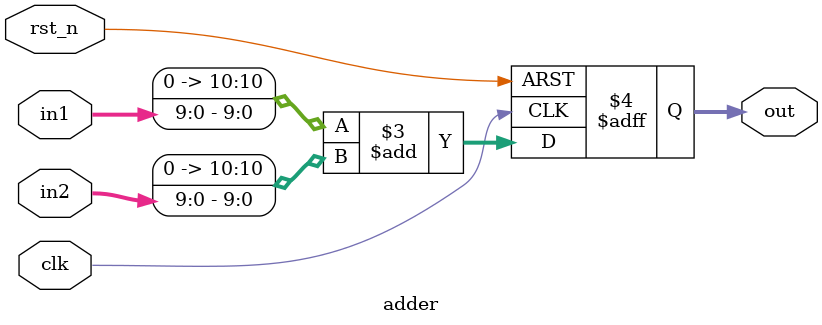
<source format=v>
/*
* Date:
* Author: William S. Woo
* Description: Simple 10-bit Adder | out = in1 + in2
* Revision: 0.1
*/
`timescale 1ns / 1ps

module adder (
	// port list
	rst_n		, 
	clk			, 
	in1			, 
	in2			, 
	out			,
);

// port declaration and set IO direction
input wire rst_n			;
input wire clk				;
input wire [9:0] in1		;
input wire [9:0] in2		;
output reg [10:0] out		;


/* case1 */

/*
// temp var add as wire to store addition result
wire [10:0] add = {1'b0, in1} + {1'b0, in2};

always @(posedge clk, negedge rst_n) 
begin
	if (rst_n == 0) out <= 11'b0 	; // active low
	else 			out <= add		;
end
*/

/* case2 */
always @(posedge clk, negedge rst_n) 
begin
	if (~rst_n) out <= 11'b0;
	else out <= {1'b0, in1} + {1'b0, in2};
end


	
endmodule

</source>
